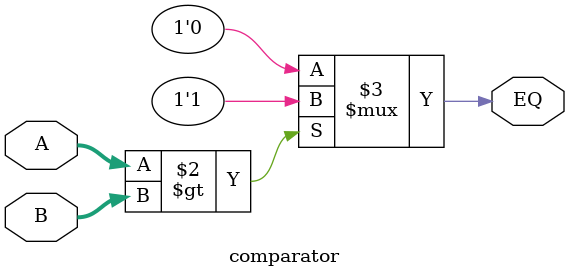
<source format=v>
module comparator (
    input [31:0] A,
    input [31:0] B,
    output reg EQ
);

always @* begin
    EQ = (A > B) ? 1'b1 : 1'b0;
end

endmodule
</source>
